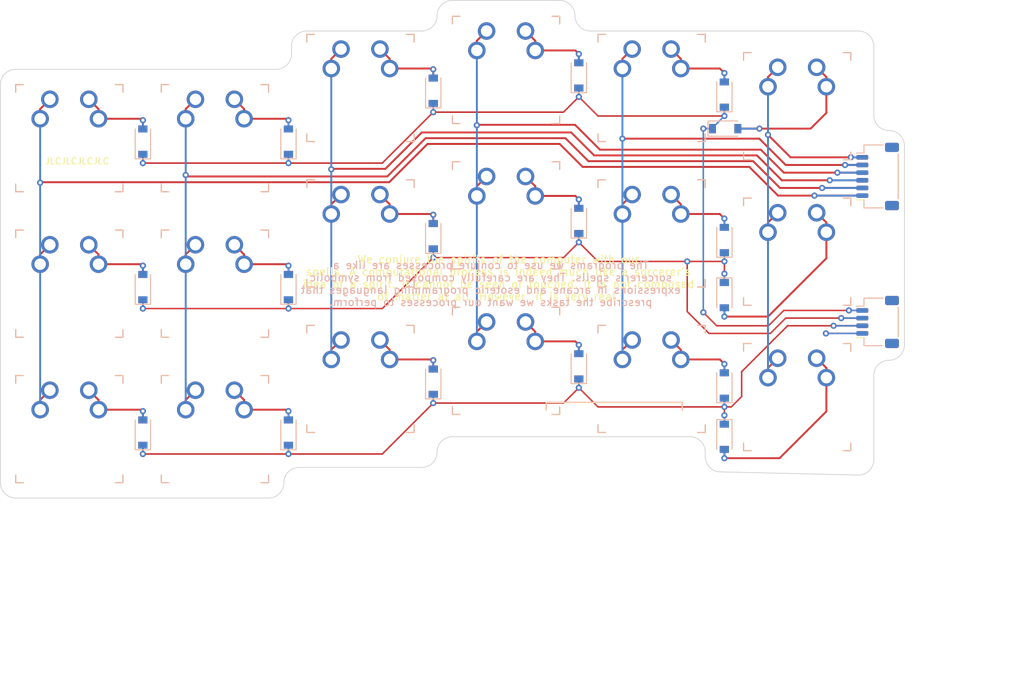
<source format=kicad_pcb>
(kicad_pcb (version 20211014) (generator pcbnew)
  (layers (0 "F.Cu" signal) (31 "B.Cu" signal) (34 "B.Paste" user) (35 "F.Paste" user) (36 "B.SilkS" user "B.Silkscreen") (37 "F.SilkS" user "F.Silkscreen") (38 "B.Mask" user) (39 "F.Mask" user) (44 "Edge.Cuts" user))
  (net 0 "")
  (footprint "keyswitches:SW_MX_reversible" (layer "F.Cu") (at 95 69.44)
    (fp_text reference "REF**8" hide)
    (fp_text value "SW_MX_reversible" hide)
  )
  (footprint "keyswitches:SW_MX_reversible" (layer "F.Cu") (at 76 57)
    (fp_text reference "REF**1" hide)
    (fp_text value "SW_MX_reversible" hide)
  )
  (footprint "Diode_SMD:D_SOD-123" (layer "F.Cu") (at 142.5 96 -90)
    (fp_text reference "REF**27" hide)
    (fp_text value "D_SOD-123" hide)
  )
  (footprint "keyswitches:SW_MX_reversible" (layer "F.Cu") (at 76 76)
    (fp_text reference "REF**7" hide)
    (fp_text value "SW_MX_reversible" hide)
  )
  (footprint "Diode_SMD:D_SOD-123" (layer "F.Cu") (at 66.6 95.45 90)
    (fp_text reference "REF**24" hide)
    (fp_text value "D_SOD-123" hide)
  )
  (footprint "keyswitches:SW_MX_reversible" (layer "F.Cu") (at 152 71.82)
    (fp_text reference "REF**11" hide)
    (fp_text value "SW_MX_reversible" hide)
  )
  (footprint "keyswitches:SW_MX_reversible" (layer "F.Cu") (at 95 88.44)
    (fp_text reference "REF**14" hide)
    (fp_text value "SW_MX_reversible" hide)
  )
  (footprint "Diode_SMD:D_SOD-123" (layer "F.Cu") (at 66.6 76.45 90)
    (fp_text reference "REF**20" hide)
    (fp_text value "D_SOD-123" hide)
  )
  (footprint "Diode_SMD:D_SOD-123" (layer "F.Cu") (at 85.6 95.45 90)
    (fp_text reference "REF**27" hide)
    (fp_text value "D_SOD-123" hide)
  )
  (footprint "Diode_SMD:D_SOD-123" (layer "F.Cu") (at 104.5 88.8 90)
    (fp_text reference "REF**27" hide)
    (fp_text value "D_SOD-123" hide)
  )
  (footprint "Diode_SMD:D_SOD-123" (layer "F.Cu") (at 142.5 51.3 90)
    (fp_text reference "REF**19" hide)
    (fp_text value "D_SOD-123" hide)
  )
  (footprint "keyswitches:SW_MX_reversible" (layer "F.Cu") (at 57 95)
    (fp_text reference "REF**12" hide)
    (fp_text value "SW_MX_reversible" hide)
  )
  (footprint "keyswitches:SW_MX_reversible" (layer "F.Cu") (at 95 50.44)
    (fp_text reference "REF**2" hide)
    (fp_text value "SW_MX_reversible" hide)
  )
  (footprint "Diode_SMD:D_SOD-123" (layer "F.Cu") (at 85.6 76.45 90)
    (fp_text reference "REF**22" hide)
    (fp_text value "D_SOD-123" hide)
  )
  (footprint "keyswitches:SW_MX_reversible" (layer "F.Cu") (at 57 57)
    (fp_text reference "REF**" hide)
    (fp_text value "SW_MX_reversible" hide)
  )
  (footprint "Diode_SMD:D_SOD-123" (layer "F.Cu") (at 123.5 48.8 90)
    (fp_text reference "REF**19" hide)
    (fp_text value "D_SOD-123" hide)
  )
  (footprint "Diode_SMD:D_SOD-123" (layer "F.Cu") (at 142.6 55.75)
    (fp_text reference "REF**19" hide)
    (fp_text value "D_SOD-123" hide)
  )
  (footprint "keyswitches:SW_MX_reversible" (layer "F.Cu") (at 133 88.44)
    (fp_text reference "REF**16" hide)
    (fp_text value "SW_MX_reversible" hide)
  )
  (footprint "keyswitches:SW_MX_reversible" (layer "F.Cu") (at 152 52.82)
    (fp_text reference "REF**5" hide)
    (fp_text value "SW_MX_reversible" hide)
  )
  (footprint "Diode_SMD:D_SOD-123" (layer "F.Cu") (at 142.5 89.3 90)
    (fp_text reference "REF**27" hide)
    (fp_text value "D_SOD-123" hide)
  )
  (footprint "keyswitches:SW_MX_reversible" (layer "F.Cu") (at 114 86.08)
    (fp_text reference "REF**15" hide)
    (fp_text value "SW_MX_reversible" hide)
  )
  (footprint "Diode_SMD:D_SOD-123" (layer "F.Cu") (at 123.5 86.8 90)
    (fp_text reference "REF**27" hide)
    (fp_text value "D_SOD-123" hide)
  )
  (footprint "Connector_JST:JST_SH_SM04B-SRSS-TB_1x04-1MP_P1.00mm_Horizontal" (layer "F.Cu") (at 162.5 81 90)
    (fp_text reference "REF**" hide)
    (fp_text value "JST_SH_SM04B-SRSS-TB_1x04-1MP_P1.00mm_Horizontal" hide)
  )
  (footprint "Diode_SMD:D_SOD-123" (layer "F.Cu") (at 104.5 50.8 90)
    (fp_text reference "REF**19" hide)
    (fp_text value "D_SOD-123" hide)
  )
  (footprint "Diode_SMD:D_SOD-123" (layer "F.Cu") (at 142.5 77.5 -90)
    (fp_text reference "REF**22" hide)
    (fp_text value "D_SOD-123" hide)
  )
  (footprint "keyswitches:SW_MX_reversible" (layer "F.Cu") (at 114 48.08)
    (fp_text reference "REF**3" hide)
    (fp_text value "SW_MX_reversible" hide)
  )
  (footprint "Connector_JST:JST_SH_SM06B-SRSS-TB_1x06-1MP_P1.00mm_Horizontal" (layer "F.Cu") (at 162.5 62 90)
    (fp_text reference "REF**" hide)
    (fp_text value "JST_SH_SM06B-SRSS-TB_1x06-1MP_P1.00mm_Horizontal" hide)
  )
  (footprint "keyswitches:SW_MX_reversible" (layer "F.Cu") (at 133 50.44)
    (fp_text reference "REF**4" hide)
    (fp_text value "SW_MX_reversible" hide)
  )
  (footprint "keyswitches:SW_MX_reversible" (layer "F.Cu") (at 133 69.44)
    (fp_text reference "REF**10" hide)
    (fp_text value "SW_MX_reversible" hide)
  )
  (footprint "Diode_SMD:D_SOD-123" (layer "F.Cu") (at 142.5 70.3 90)
    (fp_text reference "REF**22" hide)
    (fp_text value "D_SOD-123" hide)
  )
  (footprint "Diode_SMD:D_SOD-123" (layer "F.Cu") (at 104.5 69.8 90)
    (fp_text reference "REF**22" hide)
    (fp_text value "D_SOD-123" hide)
  )
  (footprint "keyswitches:SW_MX_reversible" (layer "F.Cu") (at 57 76)
    (fp_text reference "REF**6" hide)
    (fp_text value "SW_MX_reversible" hide)
  )
  (footprint "keyswitches:SW_MX_reversible" (layer "F.Cu") (at 152 90.82)
    (fp_text reference "REF**17" hide)
    (fp_text value "SW_MX_reversible" hide)
  )
  (footprint "keyswitches:SW_MX_reversible" (layer "F.Cu") (at 76 95)
    (fp_text reference "REF**13" hide)
    (fp_text value "SW_MX_reversible" hide)
  )
  (footprint "Diode_SMD:D_SOD-123" (layer "F.Cu") (at 85.6 57.45 90)
    (fp_text reference "REF**19" hide)
    (fp_text value "D_SOD-123" hide)
  )
  (footprint "Diode_SMD:D_SOD-123" (layer "F.Cu") (at 123.5 67.8 90)
    (fp_text reference "REF**22" hide)
    (fp_text value "D_SOD-123" hide)
  )
  (footprint "Diode_SMD:D_SOD-123" (layer "F.Cu") (at 66.6 57.45 90)
    (fp_text reference "REF**" hide)
    (fp_text value "D_SOD-123" hide)
  )
  (footprint "keyswitches:SW_MX_reversible" (layer "F.Cu") (at 114 67.08)
    (fp_text reference "REF**9" hide)
    (fp_text value "SW_MX_reversible" hide)
  )
  (footprint "Diode_SMD:D_SOD-123" (layer "B.Cu") (at 142.5 70.3 90)
    (fp_text reference "REF**23" hide)
    (fp_text value "D_SOD-123" hide)
  )
  (footprint "Diode_SMD:D_SOD-123" (layer "B.Cu") (at 85.6 95.45 90)
    (fp_text reference "REF**26" hide)
    (fp_text value "D_SOD-123" hide)
  )
  (footprint "Diode_SMD:D_SOD-123" (layer "B.Cu") (at 104.5 69.8 90)
    (fp_text reference "REF**23" hide)
    (fp_text value "D_SOD-123" hide)
  )
  (footprint "Diode_SMD:D_SOD-123" (layer "B.Cu") (at 66.6 57.45 90)
    (fp_text reference "REF**" hide)
    (fp_text value "D_SOD-123" hide)
  )
  (footprint "Diode_SMD:D_SOD-123" (layer "B.Cu") (at 142.6 55.75)
    (fp_text reference "REF**18" hide)
    (fp_text value "D_SOD-123" hide)
  )
  (footprint "Diode_SMD:D_SOD-123" (layer "B.Cu") (at 66.6 95.45 90)
    (fp_text reference "REF**25" hide)
    (fp_text value "D_SOD-123" hide)
  )
  (footprint "Connector_JST:JST_SH_SM04B-SRSS-TB_1x04-1MP_P1.00mm_Horizontal" (layer "B.Cu") (at 162.5 81 -90)
    (fp_text reference "REF**" hide)
    (fp_text value "JST_SH_SM04B-SRSS-TB_1x04-1MP_P1.00mm_Horizontal" hide)
  )
  (footprint "Diode_SMD:D_SOD-123" (layer "B.Cu") (at 142.5 89.3 90)
    (fp_text reference "REF**26" hide)
    (fp_text value "D_SOD-123" hide)
  )
  (footprint "Diode_SMD:D_SOD-123" (layer "B.Cu") (at 66.6 76.45 90)
    (fp_text reference "REF**21" hide)
    (fp_text value "D_SOD-123" hide)
  )
  (footprint "Diode_SMD:D_SOD-123" (layer "B.Cu") (at 85.6 57.45 90)
    (fp_text reference "REF**18" hide)
    (fp_text value "D_SOD-123" hide)
  )
  (footprint "Diode_SMD:D_SOD-123" (layer "B.Cu") (at 104.5 50.8 90)
    (fp_text reference "REF**18" hide)
    (fp_text value "D_SOD-123" hide)
  )
  (footprint "Diode_SMD:D_SOD-123" (layer "B.Cu") (at 142.5 96 -90)
    (fp_text reference "REF**26" hide)
    (fp_text value "D_SOD-123" hide)
  )
  (footprint "Diode_SMD:D_SOD-123" (layer "B.Cu") (at 123.5 86.8 90)
    (fp_text reference "REF**26" hide)
    (fp_text value "D_SOD-123" hide)
  )
  (footprint "Diode_SMD:D_SOD-123" (layer "B.Cu") (at 142.5 77.5 -90)
    (fp_text reference "REF**23" hide)
    (fp_text value "D_SOD-123" hide)
  )
  (footprint "Diode_SMD:D_SOD-123" (layer "B.Cu") (at 123.5 67.8 90)
    (fp_text reference "REF**23" hide)
    (fp_text value "D_SOD-123" hide)
  )
  (footprint "Diode_SMD:D_SOD-123" (layer "B.Cu") (at 85.6 76.45 90)
    (fp_text reference "REF**23" hide)
    (fp_text value "D_SOD-123" hide)
  )
  (footprint "Diode_SMD:D_SOD-123" (layer "B.Cu") (at 142.5 51.3 90)
    (fp_text reference "REF**18" hide)
    (fp_text value "D_SOD-123" hide)
  )
  (footprint "Diode_SMD:D_SOD-123" (layer "B.Cu") (at 104.5 88.8 90)
    (fp_text reference "REF**26" hide)
    (fp_text value "D_SOD-123" hide)
  )
  (footprint "Diode_SMD:D_SOD-123" (layer "B.Cu") (at 123.5 48.8 90)
    (fp_text reference "REF**18" hide)
    (fp_text value "D_SOD-123" hide)
  )
  (footprint "Connector_JST:JST_SH_SM06B-SRSS-TB_1x06-1MP_P1.00mm_Horizontal" (layer "B.Cu") (at 162.5 62 -90)
    (fp_text reference "REF**" hide)
    (fp_text value "JST_SH_SM06B-SRSS-TB_1x06-1MP_P1.00mm_Horizontal" hide)
  )
  (gr_line (start 137 92.5) (end 137 91.5) (layer "B.SilkS") (width 0.15))
  (gr_line (start 137 91.5) (end 119.25 91.5) (layer "B.SilkS") (width 0.15))
  (gr_line (start 119.25 91.5) (end 119.25 92.5) (layer "B.SilkS") (width 0.15))
  (gr_line (start 119.25 91.5) (end 119.25 92.5) (layer "F.SilkS") (width 0.15))
  (gr_line (start 137 91.5) (end 137 92.5) (layer "F.SilkS") (width 0.15))
  (gr_line (start 137 91.5) (end 137 92.5) (layer "F.SilkS") (width 0.15))
  (gr_line (start 119.25 91.5) (end 119.25 92.5) (layer "F.SilkS") (width 0.15))
  (gr_line (start 119.25 91.5) (end 119.25 92.5) (layer "F.SilkS") (width 0.15))
  (gr_line (start 119.25 91.5) (end 137 91.5) (layer "F.SilkS") (width 0.15))
  (gr_line (start 119.25 91.5) (end 137 91.5) (layer "F.SilkS") (width 0.15))
  (gr_line (start 137 91.5) (end 137 92.5) (layer "F.SilkS") (width 0.15))
  (gr_line (start 137 91.5) (end 137 92.5) (layer "F.SilkS") (width 0.15))
  (gr_line (start 119.25 91.5) (end 137 91.5) (layer "F.SilkS") (width 0.15))
  (gr_line (start 119.25 91.5) (end 137 91.5) (layer "F.SilkS") (width 0.15))
  (gr_line (start 119.25 91.5) (end 119.25 92.5) (layer "F.SilkS") (width 0.15))
  (gr_arc (start 48.000001 50.000001) (mid 48.585787 48.585787) (end 50.000001 48.000001) (layer "Edge.Cuts") (width 0.1))
  (gr_line (start 162 45) (end 162 54) (layer "Edge.Cuts") (width 0.1))
  (gr_line (start 86 45) (end 86 46) (layer "Edge.Cuts") (width 0.1))
  (gr_line (start 103 43) (end 88 43) (layer "Edge.Cuts") (width 0.1))
  (gr_arc (start 105 41) (mid 104.414214 42.414214) (end 103 43) (layer "Edge.Cuts") (width 0.1))
  (gr_arc (start 162 88) (mid 162.585786 86.585786) (end 164 86) (layer "Edge.Cuts") (width 0.1))
  (gr_arc (start 50 104) (mid 48.585786 103.414214) (end 48 102) (layer "Edge.Cuts") (width 0.1))
  (gr_arc (start 85 102) (mid 84.414214 103.414214) (end 83 104) (layer "Edge.Cuts") (width 0.1))
  (gr_line (start 160 101) (end 142 100.585786) (layer "Edge.Cuts") (width 0.1))
  (gr_arc (start 164 56) (mid 165.414214 56.585786) (end 166 58) (layer "Edge.Cuts") (width 0.1))
  (gr_line (start 103 100) (end 87 100) (layer "Edge.Cuts") (width 0.1))
  (gr_line (start 84 48) (end 50.000001 48.000001) (layer "Edge.Cuts") (width 0.1))
  (gr_line (start 162 88) (end 162 99) (layer "Edge.Cuts") (width 0.1))
  (gr_arc (start 162 99) (mid 161.414214 100.414214) (end 160 101) (layer "Edge.Cuts") (width 0.1))
  (gr_arc (start 105 98) (mid 104.414214 99.414214) (end 103 100) (layer "Edge.Cuts") (width 0.1))
  (gr_line (start 50 104) (end 83 104) (layer "Edge.Cuts") (width 0.1))
  (gr_line (start 160 43) (end 125 43) (layer "Edge.Cuts") (width 0.1))
  (gr_arc (start 142 100.585786) (mid 140.585786 100) (end 140 98.585786) (layer "Edge.Cuts") (width 0.1))
  (gr_arc (start 105 98.000001) (mid 105.585786 96.585787) (end 107 96.000001) (layer "Edge.Cuts") (width 0.1))
  (gr_arc (start 125 43) (mid 123.585786 42.414214) (end 123 41) (layer "Edge.Cuts") (width 0.1))
  (gr_line (start 121 39) (end 107 39) (layer "Edge.Cuts") (width 0.1))
  (gr_line (start 107 96.000001) (end 138 96) (layer "Edge.Cuts") (width 0.1))
  (gr_arc (start 121 39) (mid 122.414214 39.585786) (end 123 41) (layer "Edge.Cuts") (width 0.1))
  (gr_arc (start 166 84) (mid 165.414214 85.414214) (end 164 86) (layer "Edge.Cuts") (width 0.1))
  (gr_arc (start 85 102) (mid 85.585786 100.585786) (end 87 100) (layer "Edge.Cuts") (width 0.1))
  (gr_arc (start 86 45) (mid 86.585786 43.585786) (end 88 43) (layer "Edge.Cuts") (width 0.1))
  (gr_arc (start 164 56) (mid 162.585786 55.414214) (end 162 54) (layer "Edge.Cuts") (width 0.1))
  (gr_line (start 48 102) (end 48.000001 50.000001) (layer "Edge.Cuts") (width 0.1))
  (gr_line (start 140 98) (end 140 98.585786) (layer "Edge.Cuts") (width 0.1))
  (gr_arc (start 160 43) (mid 161.414214 43.585786) (end 162 45) (layer "Edge.Cuts") (width 0.1))
  (gr_arc (start 105 41) (mid 105.585786 39.585786) (end 107 39) (layer "Edge.Cuts") (width 0.1))
  (gr_line (start 166 58) (end 166 84) (layer "Edge.Cuts") (width 0.1))
  (gr_arc (start 86 46) (mid 85.414214 47.414214) (end 84 48) (layer "Edge.Cuts") (width 0.1))
  (gr_arc (start 138 96) (mid 139.414214 96.585786) (end 140 98) (layer "Edge.Cuts") (width 0.1))
  (gr_text "The programs we use to conjure processes are like a\nsorcerer's spells. They are carefully composed from symbolic\nexpressions in arcane and esoteric programming languages that\nprescribe the tasks we want our processes to perform." (at 112 76) (layer "B.SilkS") (effects (font (size 1 1)) (justify mirror)))
  (gr_text "We conjure the spirits of the computer with our\nspells. A computational process is indeed much like a sorcerer's\nidea of a spirit. It cannot be seen or touched. It is not composed\nof matter at all. However, it is very real." (at 113 75.25) (layer "F.SilkS") (effects (font (size 1 1))))
  (gr_text "JLCJLCJLCJLC" (at 58 60) (layer "F.SilkS") (effects (font (size 0.81 0.81))))
  (segment (start 110.19 82.27) (end 110.19 83.54) (width 0.25) (layer "F.Cu") (net 0))
  (segment (start 123.5 70.6) (end 123.5 69.45) (width 0.2) (layer "F.Cu") (net 0))
  (segment (start 135.54 45.36) (end 136.81 46.63) (width 0.25) (layer "F.Cu") (net 0))
  (segment (start 154.25 64.5) (end 149.5 64.5) (width 0.25) (layer "F.Cu") (net 0))
  (segment (start 155.25 63.5) (end 149.75 63.5) (width 0.25) (layer "F.Cu") (net 0))
  (segment (start 141.9 47.9) (end 142.5 48.5) (width 0.25) (layer "F.Cu") (net 0))
  (segment (start 98.25 61) (end 91.25 61) (width 0.25) (layer "F.Cu") (net 0))
  (segment (start 124.75 60) (end 121.75 57) (width 0.25) (layer "F.Cu") (net 0))
  (segment (start 78.54 70.92) (end 79.81 72.19) (width 0.25) (layer "F.Cu") (net 0))
  (segment (start 117.81 45.54) (end 123.04 45.54) (width 0.25) (layer "F.Cu") (net 0))
  (segment (start 98.81 84.63) (end 98.81 85.9) (width 0.25) (layer "F.Cu") (net 0))
  (segment (start 60.81 53.19) (end 60.81 54.46) (width 0.25) (layer "F.Cu") (net 0))
  (segment (start 148.19 49.01) (end 148.19 50.28) (width 0.25) (layer "F.Cu") (net 0))
  (segment (start 160.5 63.5) (end 155.25 63.5) (width 0.25) (layer "F.Cu") (net 0))
  (segment (start 103.5 57) (end 98.5 62) (width 0.25) (layer "F.Cu") (net 0))
  (segment (start 146.25 60) (end 124.75 60) (width 0.25) (layer "F.Cu") (net 0))
  (segment (start 157.25 61.5) (end 150.25 61.5) (width 0.25) (layer "F.Cu") (net 0))
  (segment (start 150.25 61.5) (end 147.25 58.5) (width 0.25) (layer "F.Cu") (net 0))
  (segment (start 117.81 44.27) (end 117.81 45.54) (width 0.25) (layer "F.Cu") (net 0))
  (segment (start 85.6 60.25) (end 85.6 59.1) (width 0.2) (layer "F.Cu") (net 0))
  (segment (start 60.81 92.46) (end 66.41 92.46) (width 0.25) (layer "F.Cu") (net 0))
  (segment (start 121 57.75) (end 103.75 57.75) (width 0.25) (layer "F.Cu") (net 0))
  (segment (start 116.54 43) (end 117.81 44.27) (width 0.25) (layer "F.Cu") (net 0))
  (segment (start 156.25 62.5) (end 150 62.5) (width 0.25) (layer "F.Cu") (net 0))
  (segment (start 73.46 89.92) (end 72.19 91.19) (width 0.25) (layer "F.Cu") (net 0))
  (segment (start 60.81 91.19) (end 60.81 92.46) (width 0.25) (layer "F.Cu") (net 0))
  (segment (start 117.81 82.27) (end 117.81 83.54) (width 0.25) (layer "F.Cu") (net 0))
  (segment (start 149.46 66.74) (end 148.19 68.01) (width 0.25) (layer "F.Cu") (net 0))
  (segment (start 85.6 98.25) (end 97.85 98.25) (width 0.2) (layer "F.Cu") (net 0))
  (segment (start 155.81 53.69) (end 155.81 50.28) (width 0.25) (layer "F.Cu") (net 0))
  (segment (start 160.5 62.5) (end 156.25 62.5) (width 0.25) (layer "F.Cu") (net 0))
  (segment (start 158.75 79.5) (end 150.25 79.5) (width 0.2) (layer "F.Cu") (net 0))
  (segment (start 150.5 60.5) (end 147.06 57.06) (width 0.25) (layer "F.Cu") (net 0))
  (segment (start 53.19 53.19) (end 53.19 54.46) (width 0.25) (layer "F.Cu") (net 0))
  (segment (start 123.04 64.54) (end 123.5 65) (width 0.25) (layer "F.Cu") (net 0))
  (segment (start 91.25 61) (end 91.19 61.06) (width 0.25) (layer "F.Cu") (net 0))
  (segment (start 126 54.1) (end 123.5 51.6) (width 0.2) (layer "F.Cu") (net 0))
  (segment (start 142.5 73.1) (end 142.5 74.7) (width 0.2) (layer "F.Cu") (net 0))
  (segment (start 149.75 63.5) (end 146.25 60) (width 0.25) (layer "F.Cu") (net 0))
  (segment (start 148.5 82.5) (end 140.5 82.5) (width 0.2) (layer "F.Cu") (net 0))
  (segment (start 135.54 83.36) (end 136.81 84.63) (width 0.25) (layer "F.Cu") (net 0))
  (segment (start 85.6 93.8) (end 85.6 92.65) (width 0.25) (layer "F.Cu") (net 0))
  (segment (start 142.5 73.1) (end 142.5 71.95) (width 0.2) (layer "F.Cu") (net 0))
  (segment (start 129.19 46.63) (end 129.19 47.9) (width 0.25) (layer "F.Cu") (net 0))
  (segment (start 85.6 79.25) (end 97.85 79.25) (width 0.2) (layer "F.Cu") (net 0))
  (segment (start 54.46 70.92) (end 53.19 72.19) (width 0.25) (layer "F.Cu") (net 0))
  (segment (start 116.54 62) (end 117.81 63.27) (width 0.25) (layer "F.Cu") (net 0))
  (segment (start 156.75 81.5) (end 160.5 81.5) (width 0.2) (layer "F.Cu") (net 0))
  (segment (start 142.5 73.1) (end 137.65 73.1) (width 0.2) (layer "F.Cu") (net 0))
  (segment (start 59.54 51.92) (end 60.81 53.19) (width 0.25) (layer "F.Cu") (net 0))
  (segment (start 110.19 63.27) (end 110.19 64.54) (width 0.25) (layer "F.Cu") (net 0))
  (segment (start 150 62.5) (end 146.75 59.25) (width 0.25) (layer "F.Cu") (net 0))
  (segment (start 85.41 54.46) (end 85.6 54.65) (width 0.25) (layer "F.Cu") (net 0))
  (segment (start 104.4 47.9) (end 104.5 48) (width 0.25) (layer "F.Cu") (net 0))
  (segment (start 121.75 57) (end 103.5 57) (width 0.25) (layer "F.Cu") (net 0))
  (segment (start 142.5 92.1) (end 126 92.1) (width 0.2) (layer "F.Cu") (net 0))
  (segment (start 85.41 73.46) (end 85.6 73.65) (width 0.25) (layer "F.Cu") (net 0))
  (segment (start 104.4 85.9) (end 104.5 86) (width 0.25) (layer "F.Cu") (net 0))
  (segment (start 59.54 89.92) (end 60.81 91.19) (width 0.25) (layer "F.Cu") (net 0))
  (segment (start 103 56.25) (end 98.25 61) (width 0.25) (layer "F.Cu") (net 0))
  (segment (start 91.19 65.63) (end 91.19 66.9) (width 0.25) (layer "F.Cu") (net 0))
  (segment (start 148.25 81.5) (end 141.5 81.5) (width 0.2) (layer "F.Cu") (net 0))
  (segment (start 111.46 81) (end 110.19 82.27) (width 0.25) (layer "F.Cu") (net 0))
  (segment (start 157.75 80.5) (end 160.5 80.5) (width 0.2) (layer "F.Cu") (net 0))
  (segment (start 97.85 60.25) (end 104.5 53.6) (width 0.2) (layer "F.Cu") (net 0))
  (segment (start 79.81 91.19) (end 79.81 92.46) (width 0.25) (layer "F.Cu") (net 0))
  (segment (start 66.41 92.46) (end 66.6 92.65) (width 0.25) (layer "F.Cu") (net 0))
  (segment (start 123.5 85.15) (end 123.5 84) (width 0.25) (layer "F.Cu") (net 0))
  (segment (start 104.5 91.6) (end 104.5 90.45) (width 0.2) (layer "F.Cu") (net 0))
  (segment (start 53.19 72.19) (end 53.19 73.46) (width 0.25) (layer "F.Cu") (net 0))
  (segment (start 121.5 53.6) (end 123.5 51.6) (width 0.2) (layer "F.Cu") (net 0))
  (segment (start 121.5 72.6) (end 123.5 70.6) (width 0.2) (layer "F.Cu") (net 0))
  (segment (start 123.5 47.15) (end 123.5 46) (width 0.25) (layer "F.Cu") (net 0))
  (segment (start 124 60.75) (end 121 57.75) (width 0.25) (layer "F.Cu") (net 0))
  (segment (start 141.5 81.5) (end 139.75 79.75) (width 0.2) (layer "F.Cu") (net 0))
  (segment (start 140.95 55.75) (end 139.75 55.75) (width 0.25) (layer "F.Cu") (net 0))
  (segment (start 160.5 60.5) (end 158.25 60.5) (width 0.25) (layer "F.Cu") (net 0))
  (segment (start 97.85 79.25) (end 104.5 72.6) (width 0.2) (layer "F.Cu") (net 0))
  (segment (start 66.6 79.25) (end 85.6 79.25) (width 0.2) (layer "F.Cu") (net 0))
  (segment (start 137.65 73.1) (end 126 73.1) (width 0.2) (layer "F.Cu") (net 0))
  (segment (start 144.75 90.75) (end 143.4 92.1) (width 0.2) (layer "F.Cu") (net 0))
  (segment (start 142.5 93.2) (end 142.5 94.35) (width 0.2) (layer "F.Cu") (net 0))
  (segment (start 72.19 91.19) (end 72.19 92.46) (width 0.25) (layer "F.Cu") (net 0))
  (segment (start 130.46 83.36) (end 129.19 84.63) (width 0.25) (layer "F.Cu") (net 0))
  (segment (start 147.25 58.5) (end 126.25 58.5) (width 0.25) (layer "F.Cu") (net 0))
  (segment (start 154.54 85.74) (end 155.81 87.01) (width 0.25) (layer "F.Cu") (net 0))
  (segment (start 72.19 72.19) (end 72.19 73.46) (width 0.25) (layer "F.Cu") (net 0))
  (segment (start 155.81 49.01) (end 155.81 50.28) (width 0.25) (layer "F.Cu") (net 0))
  (segment (start 142.5 92.1) (end 142.5 93.2) (width 0.2) (layer "F.Cu") (net 0))
  (segment (start 135.54 64.36) (end 136.81 65.63) (width 0.25) (layer "F.Cu") (net 0))
  (segment (start 79.81 73.46) (end 85.41 73.46) (width 0.25) (layer "F.Cu") (net 0))
  (segment (start 154.54 47.74) (end 155.81 49.01) (width 0.25) (layer "F.Cu") (net 0))
  (segment (start 142.5 49.65) (end 142.5 48.5) (width 0.25) (layer "F.Cu") (net 0))
  (segment (start 121.5 91.6) (end 123.5 89.6) (width 0.2) (layer "F.Cu") (net 0))
  (segment (start 150.25 79.5) (end 148.25 81.5) (width 0.2) (layer "F.Cu") (net 0))
  (segment (start 142.5 68.65) (end 142.5 67.5) (width 0.25) (layer "F.Cu") (net 0))
  (segment (start 149.7 98.8) (end 155.81 92.69) (width 0.25) (layer "F.Cu") (net 0))
  (segment (start 73.46 51.92) (end 72.19 53.19) (width 0.25) (layer "F.Cu") (net 0))
  (segment (start 125.5 59.25) (end 122.5 56.25) (width 0.25) (layer "F.Cu") (net 0))
  (segment (start 154.54 66.74) (end 155.81 68.01) (width 0.25) (layer "F.Cu") (net 0))
  (segment (start 79.81 92.46) (end 85.41 92.46) (width 0.25) (layer "F.Cu") (net 0))
  (segment (start 79.81 54.46) (end 85.41 54.46) (width 0.25) (layer "F.Cu") (net 0))
  (segment (start 123.5 89.6) (end 123.5 88.45) (width 0.2) (layer "F.Cu") (net 0))
  (segment (start 98.81 66.9) (end 104.4 66.9) (width 0.25) (layer "F.Cu") (net 0))
  (segment (start 98.81 47.9) (end 104.4 47.9) (width 0.25) (layer "F.Cu") (net 0))
  (segment (start 97.54 45.36) (end 98.81 46.63) (width 0.25) (layer "F.Cu") (net 0))
  (segment (start 137.65 79.65) (end 137.65 73.1) (width 0.2) (layer "F.Cu") (net 0))
  (segment (start 126 73.1) (end 123.5 70.6) (width 0.2) (layer "F.Cu") (net 0))
  (segment (start 158.75 79.5) (end 160.5 79.5) (width 0.2) (layer "F.Cu") (net 0))
  (segment (start 158.25 60.5) (end 150.5 60.5) (width 0.25) (layer "F.Cu") (net 0))
  (segment (start 111.46 62) (end 110.19 63.27) (width 0.25) (layer "F.Cu") (net 0))
  (segment (start 111.46 43) (end 110.19 44.27) (width 0.25) (layer "F.Cu") (net 0))
  (segment (start 104.5 72.6) (end 104.5 71.45) (width 0.2) (layer "F.Cu") (net 0))
  (segment (start 149.46 85.74) (end 148.19 87.01) (width 0.25) (layer "F.Cu") (net 0))
  (segment (start 123 55.25) (end 110.25 55.25) (width 0.25) (layer "F.Cu") (net 0))
  (segment (start 104.5 91.6) (end 121.5 91.6) (width 0.2) (layer "F.Cu") (net 0))
  (segment (start 155.81 87.01) (end 155.81 88.28) (width 0.25) (layer "F.Cu") (net 0))
  (segment (start 141.9 85.9) (end 142.5 86.5) (width 0.25) (layer "F.Cu") (net 0))
  (segment (start 136.81 46.63) (end 136.81 47.9) (width 0.25) (layer "F.Cu") (net 0))
  (segment (start 147.06 57.06) (end 129.19 57.06) (width 0.25) (layer "F.Cu") (net 0))
  (segment (start 66.6 60.25) (end 66.6 59.1) (width 0.2) (layer "F.Cu") (net 0))
  (segment (start 66.6 55.8) (end 66.6 54.65) (width 0.25) (layer "F.Cu") (net 0))
  (segment (start 79.81 53.19) (end 79.81 54.46) (width 0.25) (layer "F.Cu") (net 0))
  (segment (start 117.81 64.54) (end 123.04 64.54) (width 0.25) (layer "F.Cu") (net 0))
  (segment (start 141.9 66.9) (end 142.5 67.5) (width 0.25) (layer "F.Cu") (net 0))
  (segment (start 126 92.1) (end 123.5 89.6) (width 0.2) (layer "F.Cu") (net 0))
  (segment (start 98.81 85.9) (end 104.4 85.9) (width 0.25) (layer "F.Cu") (net 0))
  (segment (start 148.19 87.01) (end 148.19 88.28) (width 0.25) (layer "F.Cu") (net 0))
  (segment (start 66.6 74.8) (end 66.6 73.65) (width 0.25) (layer "F.Cu") (net 0))
  (segment (start 122.5 56.25) (end 103 56.25) (width 0.25) (layer "F.Cu") (net 0))
  (segment (start 104.5 87.15) (end 104.5 86) (width 0.25) (layer "F.Cu") (net 0))
  (segment (start 66.41 54.46) (end 66.6 54.65) (width 0.25) (layer "F.Cu") (net 0))
  (segment (start 59.54 70.92) (end 60.81 72.19) (width 0.25) (layer "F.Cu") (net 0))
  (segment (start 142.5 54.1) (end 142.5 52.95) (width 0.2) (layer "F.Cu") (net 0))
  (segment (start 153.75 55.75) (end 147.075 55.75) (width 0.25) (layer "F.Cu") (net 0))
  (segment (start 78.54 89.92) (end 79.81 91.19) (width 0.25) (layer "F.Cu") (net 0))
  (segment (start 98.5 62) (end 72.38 62) (width 0.25) (layer "F.Cu") (net 0))
  (segment (start 136.81 65.63) (end 136.81 66.9) (width 0.25) (layer "F.Cu") (net 0))
  (segment (start 72.38 62) (end 72.19 61.81) (width 0.25) (layer "F.Cu") (net 0))
  (segment (start 155.81 53.69) (end 153.75 55.75) (width 0.25) (layer "F.Cu") (net 0))
  (segment (start 85.6 74.8) (end 85.6 73.65) (width 0.25) (layer "F.Cu") (net 0))
  (segment (start 54.46 89.92) (end 53.19 91.19) (width 0.25) (layer "F.Cu") (net 0))
  (segment (start 143.4 92.1) (end 142.5 92.1) (width 0.2) (layer "F.Cu") (net 0))
  (segment (start 104.5 72.6) (end 121.5 72.6) (width 0.2) (layer "F.Cu") (net 0))
  (segment (start 155.81 68.01) (end 155.81 69.28) (width 0.25) (layer "F.Cu") (net 0))
  (segment (start 104.5 68.15) (end 104.5 67) (width 0.25) (layer "F.Cu") (net 0))
  (segment (start 104.5 53.6) (end 104.5 52.45) (width 0.2) (layer "F.Cu") (net 0))
  (segment (start 104.5 53.6) (end 121.5 53.6) (width 0.2) (layer "F.Cu") (net 0))
  (segment (start 149.5 64.5) (end 145.75 60.75) (width 0.25) (layer "F.Cu") (net 0))
  (segment (start 66.6 98.25) (end 66.6 97.1) (width 0.2) (layer "F.Cu") (net 0))
  (segment (start 85.6 60.25) (end 97.85 60.25) (width 0.2) (layer "F.Cu") (net 0))
  (segment (start 98.81 65.63) (end 98.81 66.9) (width 0.25) (layer "F.Cu") (net 0))
  (segment (start 117.81 83.54) (end 123.04 83.54) (width 0.25) (layer "F.Cu") (net 0))
  (segment (start 142.5 92.1) (end 142.5 90.95) (width 0.2) (layer "F.Cu") (net 0))
  (segment (start 97.54 83.36) (end 98.81 84.63) (width 0.25) (layer "F.Cu") (net 0))
  (segment (start 98.81 46.63) (end 98.81 47.9) (width 0.25) (layer "F.Cu") (net 0))
  (segment (start 66.6 93.8) (end 66.6 92.65) (width 0.25) (layer "F.Cu") (net 0))
  (segment (start 97.85 98.25) (end 104.5 91.6) (width 0.2) (layer "F.Cu") (net 0))
  (segment (start 117.81 63.27) (end 117.81 64.54) (width 0.25) (layer "F.Cu") (net 0))
  (segment (start 60.81 54.46) (end 66.41 54.46) (width 0.25) (layer "F.Cu") (net 0))
  (segment (start 53.19 91.19) (end 53.19 92.46) (width 0.25) (layer "F.Cu") (net 0))
  (segment (start 156.75 81.5) (end 150.75 81.5) (width 0.2) (layer "F.Cu") (net 0))
  (segment (start 66.6 60.25) (end 85.6 60.25) (width 0.2) (layer "F.Cu") (net 0))
  (segment (start 104.4 66.9) (end 104.5 67) (width 0.25) (layer "F.Cu") (net 0))
  (segment (start 130.46 45.36) (end 129.19 46.63) (width 0.25) (layer "F.Cu") (net 0))
  (segment (start 98.75 62.75) (end 53.25 62.75) (width 0.25) (layer "F.Cu") (net 0))
  (segment (start 142.5 87.65) (end 142.5 86.5) (width 0.25) (layer "F.Cu") (net 0))
  (segment (start 149.46 47.74) (end 148.19 49.01) (width 0.25) (layer "F.Cu") (net 0))
  (segment (start 116.54 81) (end 117.81 82.27) (width 0.25) (layer "F.Cu") (net 0))
  (segment (start 142.5 54.1) (end 126 54.1) (width 0.2) (layer "F.Cu") (net 0))
  (segment (start 151.13 59.5) (end 148.19 56.56) (width 0.25) (layer "F.Cu") (net 0))
  (segment (start 73.46 70.92) (end 72.19 72.19) (width 0.25) (layer "F.Cu") (net 0))
  (segment (start 157.75 80.5) (end 150.5 80.5) (width 0.2) (layer "F.Cu") (net 0))
  (segment (start 159 59.5) (end 151.13 59.5) (width 0.25) (layer "F.Cu") (net 0))
  (segment (start 104.5 49.15) (end 104.5 48) (width 0.25) (layer "F.Cu") (net 0))
  (segment (start 123.04 45.54) (end 123.5 46) (width 0.25) (layer "F.Cu") (net 0))
  (segment (start 92.46 83.36) (end 91.19 84.63) (width 0.25) (layer "F.Cu") (net 0))
  (segment (start 136.81 47.9) (end 141.9 47.9) (width 0.25) (layer "F.Cu") (net 0))
  (segment (start 155.81 72.69) (end 155.81 69.28) (width 0.25) (layer "F.Cu") (net 0))
  (segment (start 123.04 83.54) (end 123.5 84) (width 0.25) (layer "F.Cu") (net 0))
  (segment (start 136.81 66.9) (end 141.9 66.9) (width 0.25) (layer "F.Cu") (net 0))
  (segment (start 146.75 59.25) (end 125.5 59.25) (width 0.25) (layer "F.Cu") (net 0))
  (segment (start 136.81 85.9) (end 141.9 85.9) (width 0.25) (layer "F.Cu") (net 0))
  (segment (start 129.19 84.63) (end 129.19 85.9) (width 0.25) (layer "F.Cu") (net 0))
  (segment (start 144.75 87.5) (end 144.75 90.75) (width 0.2) (layer "F.Cu") (net 0))
  (segment (start 147.075 55.75) (end 144.25 55.75) (width 0.25) (layer "F.Cu") (net 0))
  (segment (start 130.46 64.36) (end 129.19 65.63) (width 0.25) (layer "F.Cu") (net 0))
  (segment (start 60.81 72.19) (end 60.81 73.46) (width 0.25) (layer "F.Cu") (net 0))
  (segment (start 66.41 73.46) (end 66.6 73.65) (width 0.25) (layer "F.Cu") (net 0))
  (segment (start 97.54 64.36) (end 98.81 65.63) (width 0.25) (layer "F.Cu") (net 0))
  (segment (start 60.81 73.46) (end 66.41 73.46) (width 0.25) (layer "F.Cu") (net 0))
  (segment (start 160.5 59.5) (end 159 59.5) (width 0.25) (layer "F.Cu") (net 0))
  (segment (start 85.6 55.8) (end 85.6 54.65) (width 0.25) (layer "F.Cu") (net 0))
  (segment (start 85.6 98.25) (end 85.6 97.1) (width 0.2) (layer "F.Cu") (net 0))
  (segment (start 160.5 64.5) (end 154.25 64.5) (width 0.25) (layer "F.Cu") (net 0))
  (segment (start 145.75 60.75) (end 124 60.75) (width 0.25) (layer "F.Cu") (net 0))
  (segment (start 66.6 98.25) (end 85.6 98.25) (width 0.2) (layer "F.Cu") (net 0))
  (segment (start 53.25 62.75) (end 53.19 62.81) (width 0.25) (layer "F.Cu") (net 0))
  (segment (start 148.19 68.01) (end 148.19 69.28) (width 0.25) (layer "F.Cu") (net 0))
  (segment (start 79.81 72.19) (end 79.81 73.46) (width 0.25) (layer "F.Cu") (net 0))
  (segment (start 126.25 58.5) (end 123 55.25) (width 0.25) (layer "F.Cu") (net 0))
  (segment (start 160.5 61.5) (end 157.25 61.5) (width 0.25) (layer "F.Cu") (net 0))
  (segment (start 123.5 66.15) (end 123.5 65) (width 0.25) (layer "F.Cu") (net 0))
  (segment (start 142.5 79.15) (end 142.5 80.3) (width 0.25) (layer "F.Cu") (net 0))
  (segment (start 150.75 81.5) (end 144.75 87.5) (width 0.2) (layer "F.Cu") (net 0))
  (segment (start 136.81 84.63) (end 136.81 85.9) (width 0.25) (layer "F.Cu") (net 0))
  (segment (start 155.75 82.5) (end 160.5 82.5) (width 0.2) (layer "F.Cu") (net 0))
  (segment (start 129.19 65.63) (end 129.19 66.9) (width 0.25) (layer "F.Cu") (net 0))
  (segment (start 148.2 80.3) (end 155.81 72.69) (width 0.25) (layer "F.Cu") (net 0))
  (segment (start 92.46 45.36) (end 91.19 46.63) (width 0.25) (layer "F.Cu") (net 0))
  (segment (start 91.19 84.63) (end 91.19 85.9) (width 0.25) (layer "F.Cu") (net 0))
  (segment (start 155.81 92.69) (end 155.81 88.28) (width 0.25) (layer "F.Cu") (net 0))
  (segment (start 150.5 80.5) (end 148.5 82.5) (width 0.2) (layer "F.Cu") (net 0))
  (segment (start 54.46 51.92) (end 53.19 53.19) (width 0.25) (layer "F.Cu") (net 0))
  (segment (start 142.5 97.65) (end 142.5 98.8) (width 0.25) (layer "F.Cu") (net 0))
  (segment (start 140.5 82.5) (end 137.65 79.65) (width 0.2) (layer "F.Cu") (net 0))
  (segment (start 142.5 74.7) (end 142.5 75.85) (width 0.2) (layer "F.Cu") (net 0))
  (segment (start 110.25 55.25) (end 110.19 55.31) (width 0.25) (layer "F.Cu") (net 0))
  (segment (start 72.19 53.19) (end 72.19 54.46) (width 0.25) (layer "F.Cu") (net 0))
  (segment (start 123.5 51.6) (end 123.5 50.45) (width 0.2) (layer "F.Cu") (net 0))
  (segment (start 85.41 92.46) (end 85.6 92.65) (width 0.25) (layer "F.Cu") (net 0))
  (segment (start 103.75 57.75) (end 98.75 62.75) (width 0.25) (layer "F.Cu") (net 0))
  (segment (start 78.54 51.92) (end 79.81 53.19) (width 0.25) (layer "F.Cu") (net 0))
  (segment (start 91.19 46.63) (end 91.19 47.9) (width 0.25) (layer "F.Cu") (net 0))
  (segment (start 66.6 79.25) (end 66.6 78.1) (width 0.2) (layer "F.Cu") (net 0))
  (segment (start 142.5 80.3) (end 148.2 80.3) (width 0.25) (layer "F.Cu") (net 0))
  (segment (start 85.6 79.25) (end 85.6 78.1) (width 0.2) (layer "F.Cu") (net 0))
  (segment (start 92.46 64.36) (end 91.19 65.63) (width 0.25) (layer "F.Cu") (net 0))
  (segment (start 142.5 98.8) (end 149.7 98.8) (width 0.25) (layer "F.Cu") (net 0))
  (segment (start 110.19 44.27) (end 110.19 45.54) (width 0.25) (layer "F.Cu") (net 0))
  (via (at 142.5 48.5) (size 0.8) (drill 0.4) (layers "F.Cu" "B.Cu") (net 0))
  (via (at 104.5 91.6) (size 0.8) (drill 0.4) (layers "F.Cu" "B.Cu") (net 0))
  (via (at 66.6 98.25) (size 0.8) (drill 0.4) (layers "F.Cu" "B.Cu") (net 0))
  (via (at 123.5 89.6) (size 0.8) (drill 0.4) (layers "F.Cu" "B.Cu") (net 0))
  (via (at 66.6 60.25) (size 0.8) (drill 0.4) (layers "F.Cu" "B.Cu") (net 0))
  (via (at 123.5 84) (size 0.8) (drill 0.4) (layers "F.Cu" "B.Cu") (net 0))
  (via (at 142.5 93.2) (size 0.8) (drill 0.4) (layers "F.Cu" "B.Cu") (net 0))
  (via (at 157.25 61.5) (size 0.8) (drill 0.4) (layers "F.Cu" "B.Cu") (net 0))
  (via (at 110.19 55.31) (size 0.8) (drill 0.4) (layers "F.Cu" "B.Cu") (net 0))
  (via (at 157.75 80.5) (size 0.8) (drill 0.4) (layers "F.Cu" "B.Cu") (net 0))
  (via (at 85.6 54.65) (size 0.8) (drill 0.4) (layers "F.Cu" "B.Cu") (net 0))
  (via (at 155.75 82.5) (size 0.8) (drill 0.4) (layers "F.Cu" "B.Cu") (net 0))
  (via (at 154.25 64.5) (size 0.8) (drill 0.4) (layers "F.Cu" "B.Cu") (net 0))
  (via (at 85.6 60.25) (size 0.8) (drill 0.4) (layers "F.Cu" "B.Cu") (net 0))
  (via (at 142.5 80.3) (size 0.8) (drill 0.4) (layers "F.Cu" "B.Cu") (net 0))
  (via (at 142.5 98.8) (size 0.8) (drill 0.4) (layers "F.Cu" "B.Cu") (net 0))
  (via (at 139.75 55.75) (size 0.8) (drill 0.4) (layers "F.Cu" "B.Cu") (net 0))
  (via (at 142.5 73.1) (size 0.8) (drill 0.4) (layers "F.Cu" "B.Cu") (net 0))
  (via (at 139.75 79.75) (size 0.8) (drill 0.4) (layers "F.Cu" "B.Cu") (net 0))
  (via (at 85.6 79.25) (size 0.8) (drill 0.4) (layers "F.Cu" "B.Cu") (net 0))
  (via (at 158.75 79.5) (size 0.8) (drill 0.4) (layers "F.Cu" "B.Cu") (net 0))
  (via (at 104.5 86) (size 0.8) (drill 0.4) (layers "F.Cu" "B.Cu") (net 0))
  (via (at 85.6 98.25) (size 0.8) (drill 0.4) (layers "F.Cu" "B.Cu") (net 0))
  (via (at 104.5 67) (size 0.8) (drill 0.4) (layers "F.Cu" "B.Cu") (net 0))
  (via (at 142.5 67.5) (size 0.8) (drill 0.4) (layers "F.Cu" "B.Cu") (net 0))
  (via (at 129.19 57.06) (size 0.8) (drill 0.4) (layers "F.Cu" "B.Cu") (net 0))
  (via (at 66.6 92.65) (size 0.8) (drill 0.4) (layers "F.Cu" "B.Cu") (net 0))
  (via (at 158.25 60.5) (size 0.8) (drill 0.4) (layers "F.Cu" "B.Cu") (net 0))
  (via (at 142.5 54.1) (size 0.8) (drill 0.4) (layers "F.Cu" "B.Cu") (net 0))
  (via (at 104.5 48) (size 0.8) (drill 0.4) (layers "F.Cu" "B.Cu") (net 0))
  (via (at 148.19 56.56) (size 0.8) (drill 0.4) (layers "F.Cu" "B.Cu") (net 0))
  (via (at 159 59.5) (size 0.8) (drill 0.4) (layers "F.Cu" "B.Cu") (net 0))
  (via (at 91.19 61.06) (size 0.8) (drill 0.4) (layers "F.Cu" "B.Cu") (net 0))
  (via (at 155.25 63.5) (size 0.8) (drill 0.4) (layers "F.Cu" "B.Cu") (net 0))
  (via (at 72.19 61.81) (size 0.8) (drill 0.4) (layers "F.Cu" "B.Cu") (net 0))
  (via (at 104.5 72.6) (size 0.8) (drill 0.4) (layers "F.Cu" "B.Cu") (net 0))
  (via (at 66.6 79.25) (size 0.8) (drill 0.4) (layers "F.Cu" "B.Cu") (net 0))
  (via (at 123.5 65) (size 0.8) (drill 0.4) (layers "F.Cu" "B.Cu") (net 0))
  (via (at 123.5 46) (size 0.8) (drill 0.4) (layers "F.Cu" "B.Cu") (net 0))
  (via (at 123.5 51.6) (size 0.8) (drill 0.4) (layers "F.Cu" "B.Cu") (net 0))
  (via (at 147.075 55.75) (size 0.8) (drill 0.4) (layers "F.Cu" "B.Cu") (net 0))
  (via (at 66.6 73.65) (size 0.8) (drill 0.4) (layers "F.Cu" "B.Cu") (net 0))
  (via (at 142.5 86.5) (size 0.8) (drill 0.4) (layers "F.Cu" "B.Cu") (net 0))
  (via (at 104.5 53.6) (size 0.8) (drill 0.4) (layers "F.Cu" "B.Cu") (net 0))
  (via (at 123.5 70.6) (size 0.8) (drill 0.4) (layers "F.Cu" "B.Cu") (net 0))
  (via (at 85.6 92.65) (size 0.8) (drill 0.4) (layers "F.Cu" "B.Cu") (net 0))
  (via (at 85.6 73.65) (size 0.8) (drill 0.4) (layers "F.Cu" "B.Cu") (net 0))
  (via (at 53.19 62.81) (size 0.8) (drill 0.4) (layers "F.Cu" "B.Cu") (net 0))
  (via (at 142.5 74.7) (size 0.8) (drill 0.4) (layers "F.Cu" "B.Cu") (net 0))
  (via (at 137.65 73.1) (size 0.8) (drill 0.4) (layers "F.Cu" "B.Cu") (net 0))
  (via (at 142.5 92.1) (size 0.8) (drill 0.4) (layers "F.Cu" "B.Cu") (net 0))
  (via (at 66.6 54.65) (size 0.8) (drill 0.4) (layers "F.Cu" "B.Cu") (net 0))
  (via (at 156.75 81.5) (size 0.8) (drill 0.4) (layers "F.Cu" "B.Cu") (net 0))
  (via (at 156.25 62.5) (size 0.8) (drill 0.4) (layers "F.Cu" "B.Cu") (net 0))
  (segment (start 155.75 82.5) (end 160.5 82.5) (width 0.2) (layer "B.Cu") (net 0))
  (segment (start 123.5 65) (end 123.5 66.15) (width 0.25) (layer "B.Cu") (net 0))
  (segment (start 139.75 55.75) (end 139.75 79.75) (width 0.2) (layer "B.Cu") (net 0))
  (segment (start 85.6 60.25) (end 85.6 59.1) (width 0.2) (layer "B.Cu") (net 0))
  (segment (start 85.6 73.65) (end 85.6 74.8) (width 0.25) (layer "B.Cu") (net 0))
  (segment (start 85.6 98.25) (end 85.6 97.1) (width 0.2) (layer "B.Cu") (net 0))
  (segment (start 142.5 54.1) (end 142.5 52.95) (width 0.2) (layer "B.Cu") (net 0))
  (segment (start 66.6 73.65) (end 66.6 74.8) (width 0.25) (layer "B.Cu") (net 0))
  (segment (start 85.6 79.25) (end 85.6 78.1) (width 0.2) (layer "B.Cu") (net 0))
  (segment (start 139.75 55.75) (end 140.95 55.75) (width 0.2) (layer "B.Cu") (net 0))
  (segment (start 91.19 61.06) (end 91.19 66.9) (width 0.25) (layer "B.Cu") (net 0))
  (segment (start 142.5 48.5) (end 142.5 49.65) (width 0.25) (layer "B.Cu") (net 0))
  (segment (start 66.6 98.25) (end 66.6 97.1) (width 0.2) (layer "B.Cu") (net 0))
  (segment (start 85.6 54.65) (end 85.6 55.8) (width 0.25) (layer "B.Cu") (net 0))
  (segment (start 140.95 55.75) (end 140.95 55.65) (width 0.2) (layer "B.Cu") (net 0))
  (segment (start 129.19 57.06) (end 129.19 66.9) (width 0.25) (layer "B.Cu") (net 0))
  (segment (start 66.6 79.25) (end 66.6 78.1) (width 0.2) (layer "B.Cu") (net 0))
  (segment (start 142.5 98.8) (end 142.5 97.65) (width 0.25) (layer "B.Cu") (net 0))
  (segment (start 53.19 62.81) (end 53.19 73.46) (width 0.25) (layer "B.Cu") (net 0))
  (segment (start 142.5 92.1) (end 142.5 90.95) (width 0.2) (layer "B.Cu") (net 0))
  (segment (start 129.19 66.9) (end 129.19 85.9) (width 0.25) (layer "B.Cu") (net 0))
  (segment (start 85.6 92.65) (end 85.6 93.8) (width 0.25) (layer "B.Cu") (net 0))
  (segment (start 158.25 60.5) (end 160.5 60.5) (width 0.25) (layer "B.Cu") (net 0))
  (segment (start 123.5 84) (end 123.5 85.15) (width 0.25) (layer "B.Cu") (net 0))
  (segment (start 123.5 70.6) (end 123.5 69.45) (width 0.2) (layer "B.Cu") (net 0))
  (segment (start 72.19 73.46) (end 72.19 92.46) (width 0.25) (layer "B.Cu") (net 0))
  (segment (start 123.5 89.6) (end 123.5 88.45) (width 0.2) (layer "B.Cu") (net 0))
  (segment (start 104.5 72.6) (end 104.5 71.45) (width 0.2) (layer "B.Cu") (net 0))
  (segment (start 91.19 47.9) (end 91.19 61.06) (width 0.25) (layer "B.Cu") (net 0))
  (segment (start 104.5 86) (end 104.5 87.15) (width 0.25) (layer "B.Cu") (net 0))
  (segment (start 104.5 53.6) (end 104.5 52.45) (width 0.2) (layer "B.Cu") (net 0))
  (segment (start 156.75 81.5) (end 160.5 81.5) (width 0.2) (layer "B.Cu") (net 0))
  (segment (start 110.19 55.31) (end 110.19 64.54) (width 0.25) (layer "B.Cu") (net 0))
  (segment (start 142.5 93.2) (end 142.5 94.35) (width 0.2) (layer "B.Cu") (net 0))
  (segment (start 157.75 80.5) (end 160.5 80.5) (width 0.2) (layer "B.Cu") (net 0))
  (segment (start 53.19 54.46) (end 53.19 62.81) (width 0.25) (layer "B.Cu") (net 0))
  (segment (start 123.5 46) (end 123.5 47.15) (width 0.25) (layer "B.Cu") (net 0))
  (segment (start 110.19 64.54) (end 110.19 83.54) (width 0.25) (layer "B.Cu") (net 0))
  (segment (start 156.25 62.5) (end 160.5 62.5) (width 0.25) (layer "B.Cu") (net 0))
  (segment (start 157.25 61.5) (end 160.5 61.5) (width 0.25) (layer "B.Cu") (net 0))
  (segment (start 53.19 73.46) (end 53.19 92.46) (width 0.25) (layer "B.Cu") (net 0))
  (segment (start 142.5 86.5) (end 142.5 87.65) (width 0.25) (layer "B.Cu") (net 0))
  (segment (start 104.5 67) (end 104.5 68.15) (width 0.25) (layer "B.Cu") (net 0))
  (segment (start 72.19 54.46) (end 72.19 61.81) (width 0.25) (layer "B.Cu") (net 0))
  (segment (start 72.19 61.81) (end 72.19 73.46) (width 0.25) (layer "B.Cu") (net 0))
  (segment (start 155.25 63.5) (end 160.5 63.5) (width 0.25) (layer "B.Cu") (net 0))
  (segment (start 123.5 51.6) (end 123.5 50.45) (width 0.2) (layer "B.Cu") (net 0))
  (segment (start 147.075 55.75) (end 144.25 55.75) (width 0.25) (layer "B.Cu") (net 0))
  (segment (start 129.19 47.9) (end 129.19 57.06) (width 0.25) (layer "B.Cu") (net 0))
  (segment (start 140.95 55.65) (end 142.5 54.1) (width 0.2) (layer "B.Cu") (net 0))
  (segment (start 66.6 92.65) (end 66.6 93.8) (width 0.25) (layer "B.Cu") (net 0))
  (segment (start 104.5 48) (end 104.5 49.15) (width 0.25) (layer "B.Cu") (net 0))
  (segment (start 91.19 66.9) (end 91.19 85.9) (width 0.25) (layer "B.Cu") (net 0))
  (segment (start 142.5 80.3) (end 142.5 79.15) (width 0.25) (layer "B.Cu") (net 0))
  (segment (start 142.5 74.7) (end 142.5 75.85) (width 0.2) (layer "B.Cu") (net 0))
  (segment (start 104.5 91.6) (end 104.5 90.45) (width 0.2) (layer "B.Cu") (net 0))
  (segment (start 66.6 60.25) (end 66.6 59.1) (width 0.2) (layer "B.Cu") (net 0))
  (segment (start 158.75 79.5) (end 160.5 79.5) (width 0.2) (layer "B.Cu") (net 0))
  (segment (start 159 59.5) (end 160.5 59.5) (width 0.25) (layer "B.Cu") (net 0))
  (segment (start 148.19 56.56) (end 148.19 69.28) (width 0.25) (layer "B.Cu") (net 0))
  (segment (start 148.19 69.28) (end 148.19 88.28) (width 0.25) (layer "B.Cu") (net 0))
  (segment (start 148.19 50.28) (end 148.19 56.56) (width 0.25) (layer "B.Cu") (net 0))
  (segment (start 110.19 45.54) (end 110.19 55.31) (width 0.25) (layer "B.Cu") (net 0))
  (segment (start 142.5 67.5) (end 142.5 68.65) (width 0.25) (layer "B.Cu") (net 0))
  (segment (start 142.5 73.1) (end 142.5 71.95) (width 0.2) (layer "B.Cu") (net 0))
  (segment (start 66.6 54.65) (end 66.6 55.8) (width 0.25) (layer "B.Cu") (net 0))
  (segment (start 154.25 64.5) (end 160.5 64.5) (width 0.25) (layer "B.Cu") (net 0))
)
</source>
